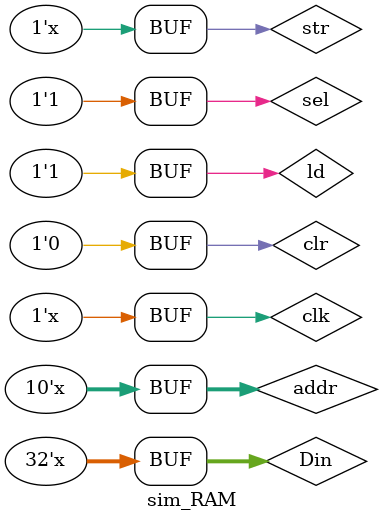
<source format=v>
`timescale 1ns / 1ps


module sim_RAM();
    reg[9:0] addr;
    reg str, sel, clk, ld, clr;
    reg[31:0] Din;
    wire[31:0] Dout;
    initial begin
        addr = 0;
        str = 0;
        sel = 1;
        clk = 0;
        ld = 1;
        clr = 0;
        Din = 0;
    end
    always#1 clk = ~clk;
    always#10 str = ~str;
    always#2 addr = (addr+1)%20;
    always#2 Din = Din+1;
    RAM sim_RAM(addr, str, sel, clk, ld, clr, Din, Dout);
endmodule

</source>
